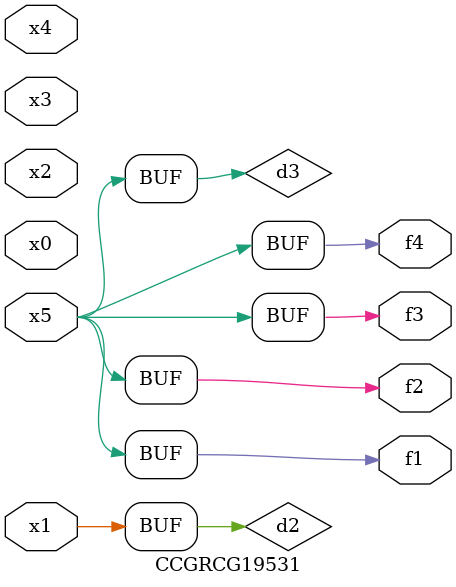
<source format=v>
module CCGRCG19531(
	input x0, x1, x2, x3, x4, x5,
	output f1, f2, f3, f4
);

	wire d1, d2, d3;

	not (d1, x5);
	or (d2, x1);
	xnor (d3, d1);
	assign f1 = d3;
	assign f2 = d3;
	assign f3 = d3;
	assign f4 = d3;
endmodule

</source>
